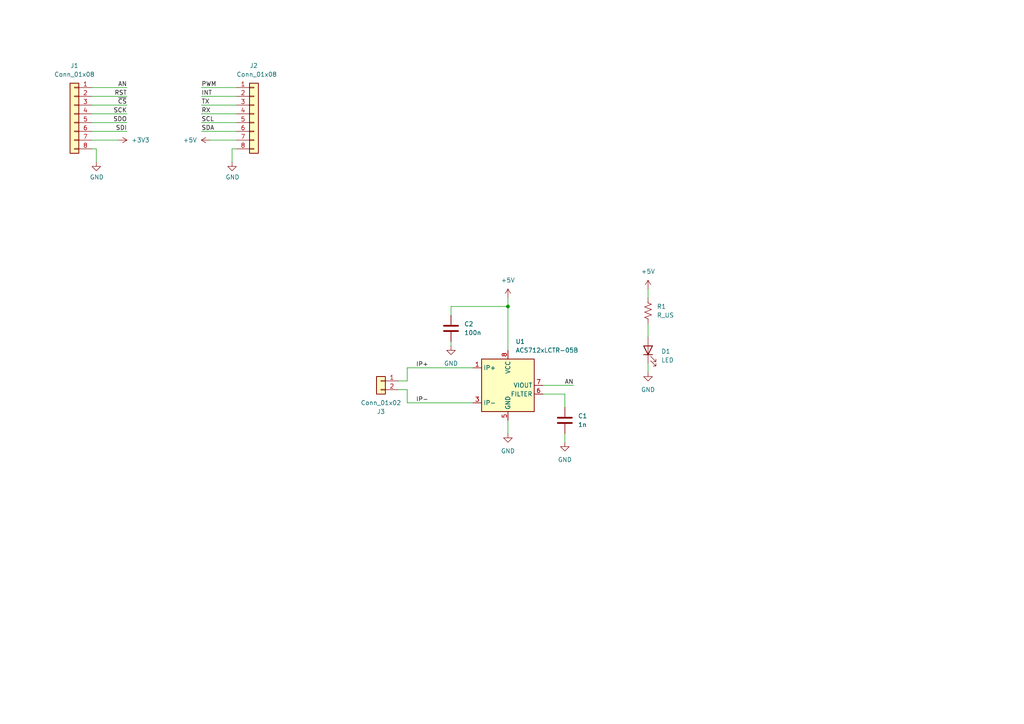
<source format=kicad_sch>
(kicad_sch (version 20230121) (generator eeschema)
  (paper "A4")
  (title_block (title "Sensor de corriente") (date "2023-08-16") (rev "V1.0.0") (company "maykolrey.com") (comment 1 "Maykol Rey"))
  (lib_symbols
    (symbol "Connector_Generic:Conn_01x02" (pin_names (offset 1.016) hide)
      (property "Reference" "J" (at 0 2.54 0))
      (property "Value" "Conn_01x02" (at 0 -5.08 0))
      (symbol "Conn_01x02_1_1"
        (rectangle (start -1.27 -2.413) (end 0 -2.667) (stroke (width 0.1524)))
        (rectangle (start -1.27 0.127) (end 0 -0.127) (stroke (width 0.1524)))
        (rectangle (start -1.27 1.27) (end 1.27 -3.81) (stroke (width 0.254)) (fill (type background)))
        (pin passive line (at -5.08 0 0) (length 3.81) (name "Pin_1") (number "1"))
        (pin passive line (at -5.08 -2.54 0) (length 3.81) (name "Pin_2") (number "2"))
      )
    )
    (symbol "Connector_Generic:Conn_01x08" (pin_names (offset 1.016) hide)
      (property "Reference" "J" (at 0 10.16 0))
      (property "Value" "Conn_01x08" (at 0 -12.7 0))
      (symbol "Conn_01x08_1_1"
        (rectangle (start -1.27 -10.033) (end 0 -10.287) (stroke (width 0.1524)))
        (rectangle (start -1.27 -7.493) (end 0 -7.747) (stroke (width 0.1524)))
        (rectangle (start -1.27 -4.953) (end 0 -5.207) (stroke (width 0.1524)))
        (rectangle (start -1.27 -2.413) (end 0 -2.667) (stroke (width 0.1524)))
        (rectangle (start -1.27 0.127) (end 0 -0.127) (stroke (width 0.1524)))
        (rectangle (start -1.27 2.667) (end 0 2.413) (stroke (width 0.1524)))
        (rectangle (start -1.27 5.207) (end 0 4.953) (stroke (width 0.1524)))
        (rectangle (start -1.27 7.747) (end 0 7.493) (stroke (width 0.1524)))
        (rectangle (start -1.27 8.89) (end 1.27 -11.43) (stroke (width 0.254)) (fill (type background)))
        (pin passive line (at -5.08 7.62 0) (length 3.81) (name "Pin_1") (number "1"))
        (pin passive line (at -5.08 5.08 0) (length 3.81) (name "Pin_2") (number "2"))
        (pin passive line (at -5.08 2.54 0) (length 3.81) (name "Pin_3") (number "3"))
        (pin passive line (at -5.08 0 0) (length 3.81) (name "Pin_4") (number "4"))
        (pin passive line (at -5.08 -2.54 0) (length 3.81) (name "Pin_5") (number "5"))
        (pin passive line (at -5.08 -5.08 0) (length 3.81) (name "Pin_6") (number "6"))
        (pin passive line (at -5.08 -7.62 0) (length 3.81) (name "Pin_7") (number "7"))
        (pin passive line (at -5.08 -10.16 0) (length 3.81) (name "Pin_8") (number "8"))
      )
    )
    (symbol "Device:C" (pin_numbers hide) (pin_names (offset 0.254))
      (property "Reference" "C" (at 0.635 2.54 0))
      (property "Value" "C" (at 0.635 -2.54 0))
      (symbol "C_0_1"
        (polyline (pts (xy -2.032 -0.762) (xy 2.032 -0.762)) (stroke (width 0.508)))
        (polyline (pts (xy -2.032 0.762) (xy 2.032 0.762)) (stroke (width 0.508)))
      )
      (symbol "C_1_1"
        (pin passive line (at 0 3.81 270) (length 2.794) (name "~") (number "1"))
        (pin passive line (at 0 -3.81 90) (length 2.794) (name "~") (number "2"))
      )
    )
    (symbol "Device:LED" (pin_numbers hide) (pin_names (offset 1.016) hide)
      (property "Reference" "D" (at 0 2.54 0))
      (property "Value" "LED" (at 0 -2.54 0))
      (symbol "LED_0_1"
        (polyline (pts (xy -1.27 -1.27) (xy -1.27 1.27)) (stroke (width 0.254)))
        (polyline (pts (xy -1.27 0) (xy 1.27 0)))
        (polyline (pts (xy 1.27 -1.27) (xy 1.27 1.27) (xy -1.27 0) (xy 1.27 -1.27)) (stroke (width 0.254)))
        (polyline (pts (xy -3.048 -0.762) (xy -4.572 -2.286) (xy -3.81 -2.286) (xy -4.572 -2.286) (xy -4.572 -1.524)))
        (polyline (pts (xy -1.778 -0.762) (xy -3.302 -2.286) (xy -2.54 -2.286) (xy -3.302 -2.286) (xy -3.302 -1.524)))
      )
      (symbol "LED_1_1"
        (pin passive line (at -3.81 0 0) (length 2.54) (name "K") (number "1"))
        (pin passive line (at 3.81 0 180) (length 2.54) (name "A") (number "2"))
      )
    )
    (symbol "Device:R_US" (pin_numbers hide) (pin_names (offset 0))
      (property "Reference" "R" (at 2.54 0 90))
      (property "Value" "R_US" (at -2.54 0 90))
      (symbol "R_US_0_1"
        (polyline (pts (xy 0 -2.286) (xy 0 -2.54)))
        (polyline (pts (xy 0 2.286) (xy 0 2.54)))
        (polyline (pts (xy 0 -0.762) (xy 1.016 -1.143) (xy 0 -1.524) (xy -1.016 -1.905) (xy 0 -2.286)))
        (polyline (pts (xy 0 0.762) (xy 1.016 0.381) (xy 0 0) (xy -1.016 -0.381) (xy 0 -0.762)))
        (polyline (pts (xy 0 2.286) (xy 1.016 1.905) (xy 0 1.524) (xy -1.016 1.143) (xy 0 0.762)))
      )
      (symbol "R_US_1_1"
        (pin passive line (at 0 3.81 270) (length 1.27) (name "~") (number "1"))
        (pin passive line (at 0 -3.81 90) (length 1.27) (name "~") (number "2"))
      )
    )
    (symbol "Sensor_Current:ACS712xLCTR-05B"
      (property "Reference" "U" (at 2.54 11.43 0))
      (property "Value" "ACS712xLCTR-05B" (at 2.54 8.89 0))
      (symbol "ACS712xLCTR-05B_0_1"
        (rectangle (start -7.62 7.62) (end 7.62 -7.62) (stroke (width 0.254)) (fill (type background)))
      )
      (symbol "ACS712xLCTR-05B_1_1"
        (pin passive line (at -10.16 5.08 0) (length 2.54) (name "IP+") (number "1"))
        (pin passive line (at -10.16 5.08 0) (length 2.54) hide (name "IP+") (number "2"))
        (pin passive line (at -10.16 -5.08 0) (length 2.54) (name "IP-") (number "3"))
        (pin passive line (at -10.16 -5.08 0) (length 2.54) hide (name "IP-") (number "4"))
        (pin power_in line (at 0 -10.16 90) (length 2.54) (name "GND") (number "5"))
        (pin passive line (at 10.16 -2.54 180) (length 2.54) (name "FILTER") (number "6"))
        (pin output line (at 10.16 0 180) (length 2.54) (name "VIOUT") (number "7"))
        (pin power_in line (at 0 10.16 270) (length 2.54) (name "VCC") (number "8"))
      )
    )
    (symbol "power:+3V3" (power) (pin_names (offset 0))
      (property "Value" "+3V3" (at 0 3.556 0))
      (symbol "+3V3_0_1"
        (polyline (pts (xy -0.762 1.27) (xy 0 2.54)))
        (polyline (pts (xy 0 0) (xy 0 2.54)))
        (polyline (pts (xy 0 2.54) (xy 0.762 1.27)))
      )
      (symbol "+3V3_1_1"
        (pin power_in line (at 0 0 90) (length 0) hide (name "+3V3") (number "1"))
      )
    )
    (symbol "power:+5V" (power) (pin_names (offset 0))
      (property "Value" "+5V" (at 0 3.556 0))
      (symbol "+5V_0_1"
        (polyline (pts (xy -0.762 1.27) (xy 0 2.54)))
        (polyline (pts (xy 0 0) (xy 0 2.54)))
        (polyline (pts (xy 0 2.54) (xy 0.762 1.27)))
      )
      (symbol "+5V_1_1"
        (pin power_in line (at 0 0 90) (length 0) hide (name "+5V") (number "1"))
      )
    )
    (symbol "power:GND" (power) (pin_names (offset 0))
      (property "Value" "GND" (at 0 -3.81 0))
      (symbol "GND_0_1"
        (polyline (pts (xy 0 0) (xy 0 -1.27) (xy 1.27 -1.27) (xy 0 -2.54) (xy -1.27 -1.27) (xy 0 -1.27)))
      )
      (symbol "GND_1_1"
        (pin power_in line (at 0 0 270) (length 0) hide (name "GND") (number "1"))
      )
    )
  )
  (junction (at 147.32 88.9))
  (wire (pts (xy 118.11 110.49) (xy 118.11 106.68)))
  (wire (pts (xy 147.32 88.9) (xy 147.32 101.6)))
  (wire (pts (xy 68.58 27.94) (xy 58.42 27.94)))
  (wire (pts (xy 118.11 113.03) (xy 118.11 116.84)))
  (wire (pts (xy 27.94 46.99) (xy 27.94 43.18)))
  (wire (pts (xy 115.57 110.49) (xy 118.11 110.49)))
  (wire (pts (xy 26.67 40.64) (xy 34.29 40.64)))
  (wire (pts (xy 163.83 114.3) (xy 157.48 114.3)))
  (wire (pts (xy 130.81 88.9) (xy 147.32 88.9)))
  (wire (pts (xy 36.83 27.94) (xy 26.67 27.94)))
  (wire (pts (xy 118.11 116.84) (xy 137.16 116.84)))
  (wire (pts (xy 26.67 43.18) (xy 27.94 43.18)))
  (wire (pts (xy 163.83 125.73) (xy 163.83 128.27)))
  (wire (pts (xy 26.67 30.48) (xy 36.83 30.48)))
  (wire (pts (xy 58.42 30.48) (xy 68.58 30.48)))
  (wire (pts (xy 68.58 38.1) (xy 58.42 38.1)))
  (wire (pts (xy 187.96 93.98) (xy 187.96 97.79)))
  (wire (pts (xy 26.67 35.56) (xy 36.83 35.56)))
  (wire (pts (xy 26.67 25.4) (xy 36.83 25.4)))
  (wire (pts (xy 67.31 43.18) (xy 68.58 43.18)))
  (wire (pts (xy 130.81 99.06) (xy 130.81 100.33)))
  (wire (pts (xy 118.11 106.68) (xy 137.16 106.68)))
  (wire (pts (xy 130.81 91.44) (xy 130.81 88.9)))
  (wire (pts (xy 163.83 118.11) (xy 163.83 114.3)))
  (wire (pts (xy 60.96 40.64) (xy 68.58 40.64)))
  (wire (pts (xy 115.57 113.03) (xy 118.11 113.03)))
  (wire (pts (xy 157.48 111.76) (xy 166.37 111.76)))
  (wire (pts (xy 187.96 105.41) (xy 187.96 107.95)))
  (wire (pts (xy 58.42 33.02) (xy 68.58 33.02)))
  (wire (pts (xy 187.96 83.82) (xy 187.96 86.36)))
  (wire (pts (xy 147.32 86.36) (xy 147.32 88.9)))
  (wire (pts (xy 147.32 121.92) (xy 147.32 125.73)))
  (wire (pts (xy 67.31 46.99) (xy 67.31 43.18)))
  (wire (pts (xy 26.67 33.02) (xy 36.83 33.02)))
  (wire (pts (xy 58.42 35.56) (xy 68.58 35.56)))
  (wire (pts (xy 36.83 38.1) (xy 26.67 38.1)))
  (wire (pts (xy 58.42 25.4) (xy 68.58 25.4)))
  (label "SCK" (at 36.83 33.02 180))
  (label "SDA" (at 58.42 38.1 0))
  (label "AN" (at 36.83 25.4 180))
  (label "PWM" (at 58.42 25.4 0))
  (label "~{CS}" (at 36.83 30.48 180))
  (label "RX" (at 58.42 33.02 0))
  (label "SCL" (at 58.42 35.56 0))
  (label "SDI" (at 36.83 38.1 180))
  (label "TX" (at 58.42 30.48 0))
  (label "RST" (at 36.83 27.94 180))
  (label "IP+" (at 120.65 106.68 0))
  (label "INT" (at 58.42 27.94 0))
  (label "AN" (at 166.37 111.76 180))
  (label "IP-" (at 120.65 116.84 0))
  (label "SDO" (at 36.83 35.56 180))
  (symbol (lib_id "Connector_Generic:Conn_01x08") (at 21.59 33.02 0) (mirror y) (unit 1)
    (property "Reference" "J1" (at 21.59 19.05 0))
    (property "Value" "Conn_01x08" (at 21.59 21.59 0))
    (property "Footprint" "Connector_PinHeader_2.54mm:PinHeader_1x08_P2.54mm_Vertical" (effects hide))
  )
  (symbol (lib_id "Connector_Generic:Conn_01x08") (at 73.66 33.02 0) (unit 1)
    (property "Reference" "J2" (at 72.39 19.05 0) (effects (justify left)))
    (property "Value" "Conn_01x08" (at 68.58 21.59 0) (effects (justify left)))
    (property "Footprint" "Connector_PinHeader_2.54mm:PinHeader_1x08_P2.54mm_Vertical" (effects hide))
  )
  (symbol (lib_id "power:GND") (at 27.94 46.99 0) (unit 1)
    (property "Reference" "#PWR0101" (effects hide))
    (property "Value" "GND" (at 28.067 51.3842 0))
  )
  (symbol (lib_id "power:GND") (at 67.31 46.99 0) (unit 1)
    (property "Reference" "#PWR0104" (effects hide))
    (property "Value" "GND" (at 67.437 51.3842 0))
  )
  (symbol (lib_id "power:+3V3") (at 34.29 40.64 270) (unit 1)
    (property "Reference" "#PWR0102" (effects hide))
    (property "Value" "+3V3" (at 38.1 40.64 90) (effects (justify left)))
  )
  (symbol (lib_id "power:+5V") (at 60.96 40.64 90) (unit 1)
    (property "Reference" "#PWR0103" (effects hide))
    (property "Value" "+5V" (at 57.15 40.64 90) (effects (justify left)))
  )
  (symbol (lib_id "Device:C") (at 163.83 121.92 0) (unit 1)
    (property "Reference" "C1" (at 167.64 120.65 0) (effects (justify left)))
    (property "Value" "1n" (at 167.64 123.19 0) (effects (justify left)))
    (property "Footprint" "Capacitor_SMD:C_0805_2012Metric_Pad1.18x1.45mm_HandSolder" (effects hide))
  )
  (symbol (lib_id "Sensor_Current:ACS712xLCTR-05B") (at 147.32 111.76 0) (unit 1)
    (property "Reference" "U1" (at 149.5141 99.06 0) (effects (justify left)))
    (property "Value" "ACS712xLCTR-05B" (at 149.5141 101.6 0) (effects (justify left)))
    (property "Footprint" "Package_SO:SOIC-8_3.9x4.9mm_P1.27mm" (effects hide))
    (property "Datasheet" "http://www.allegromicro.com/~/media/Files/Datasheets/ACS712-Datasheet.ashx?la=en" (effects hide))
  )
  (symbol (lib_id "power:GND") (at 130.81 100.33 0) (unit 1)
    (property "Reference" "#PWR04" (effects hide))
    (property "Value" "GND" (at 130.81 105.41 0))
  )
  (symbol (lib_id "power:GND") (at 147.32 125.73 0) (unit 1)
    (property "Reference" "#PWR02" (effects hide))
    (property "Value" "GND" (at 147.32 130.81 0))
  )
  (symbol (lib_id "Connector_Generic:Conn_01x02") (at 110.49 110.49 0) (mirror y) (unit 1)
    (property "Reference" "J3" (at 110.49 119.38 0))
    (property "Value" "Conn_01x02" (at 110.49 116.84 0))
    (property "Footprint" "TerminalBlock_Phoenix:TerminalBlock_Phoenix_MKDS-1,5-2-5.08_1x02_P5.08mm_Horizontal" (effects hide))
  )
  (symbol (lib_id "Device:C") (at 130.81 95.25 0) (unit 1)
    (property "Reference" "C2" (at 134.62 93.98 0) (effects (justify left)))
    (property "Value" "100n" (at 134.62 96.52 0) (effects (justify left)))
    (property "Footprint" "Capacitor_SMD:C_0805_2012Metric_Pad1.18x1.45mm_HandSolder" (effects hide))
  )
  (symbol (lib_id "power:GND") (at 187.96 107.95 0) (unit 1)
    (property "Reference" "#PWR05" (effects hide))
    (property "Value" "GND" (at 187.96 113.03 0))
  )
  (symbol (lib_id "Device:R_US") (at 187.96 90.17 0) (unit 1)
    (property "Reference" "R1" (at 190.5 88.9 0) (effects (justify left)))
    (property "Value" "R_US" (at 190.5 91.44 0) (effects (justify left)))
    (property "Footprint" "Resistor_SMD:R_0805_2012Metric_Pad1.20x1.40mm_HandSolder" (effects hide))
  )
  (symbol (lib_id "Device:LED") (at 187.96 101.6 90) (unit 1)
    (property "Reference" "D1" (at 191.77 101.9175 90) (effects (justify right)))
    (property "Value" "LED" (at 191.77 104.4575 90) (effects (justify right)))
    (property "Footprint" "LED_SMD:LED_0805_2012Metric_Pad1.15x1.40mm_HandSolder" (effects hide))
  )
  (symbol (lib_id "power:+5V") (at 187.96 83.82 0) (unit 1)
    (property "Reference" "#PWR06" (effects hide))
    (property "Value" "+5V" (at 187.96 78.74 0))
  )
  (symbol (lib_id "power:+5V") (at 147.32 86.36 0) (unit 1)
    (property "Reference" "#PWR01" (effects hide))
    (property "Value" "+5V" (at 147.32 81.28 0))
  )
  (symbol (lib_id "power:GND") (at 163.83 128.27 0) (unit 1)
    (property "Reference" "#PWR03" (effects hide))
    (property "Value" "GND" (at 163.83 133.35 0))
  )
)
</source>
